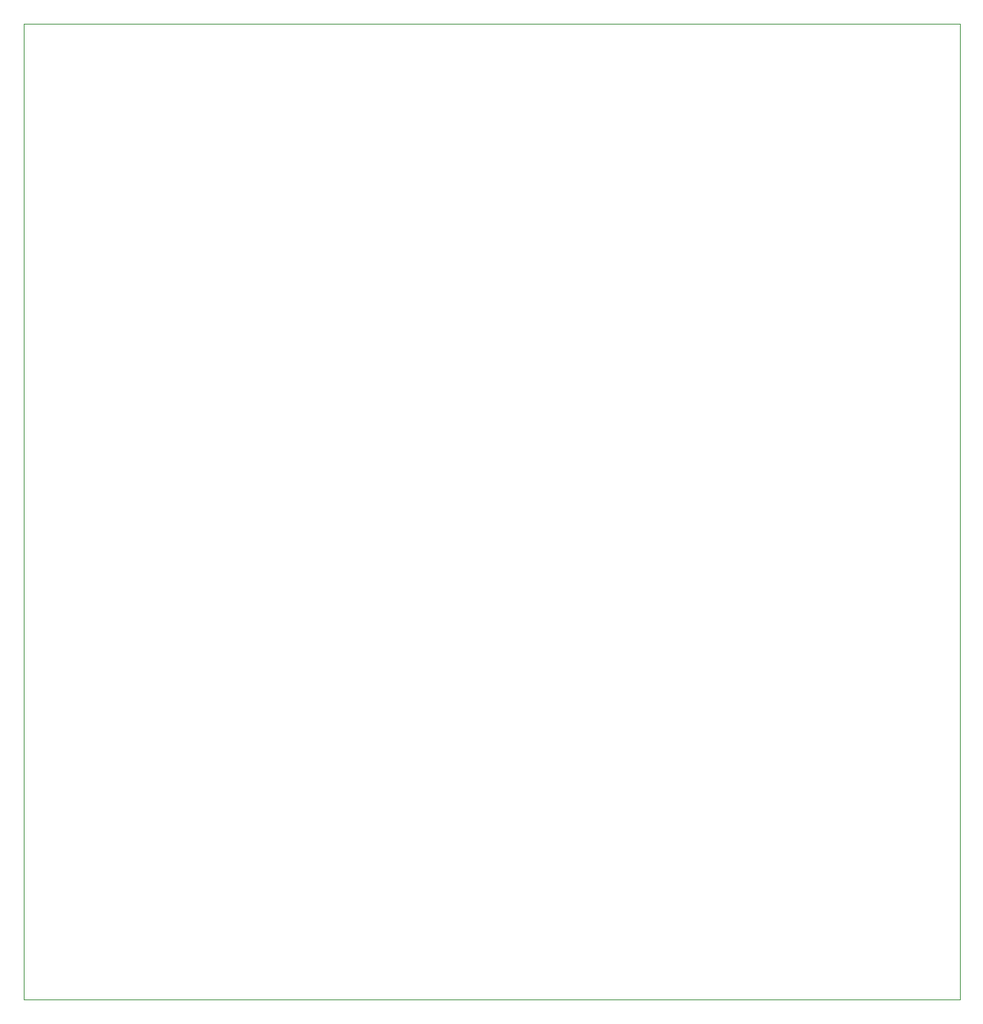
<source format=gm1>
G04 TFLN Modulator - Board Outline*
%FSLAX36Y36*%
%MOIN*%
G01*
D10*
X0Y0D02*
X4200000Y0D01*
X4200000Y4375984D01*
X0Y4375984D01*
X0Y0D01*
M02*

</source>
